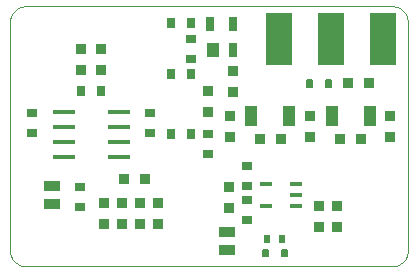
<source format=gtp>
G75*
G70*
%OFA0B0*%
%FSLAX24Y24*%
%IPPOS*%
%LPD*%
%AMOC8*
5,1,8,0,0,1.08239X$1,22.5*
%
%ADD10C,0.0020*%
%ADD11R,0.0420X0.0140*%
%ADD12R,0.0353X0.0314*%
%ADD13R,0.0320X0.0370*%
%ADD14R,0.0550X0.0380*%
%ADD15C,0.0059*%
%ADD16R,0.0196X0.0274*%
%ADD17R,0.0780X0.0140*%
%ADD18R,0.0870X0.1720*%
%ADD19R,0.0314X0.0353*%
%ADD20R,0.0314X0.0487*%
%ADD21R,0.0392X0.0487*%
%ADD22R,0.0392X0.0707*%
%ADD23R,0.0370X0.0320*%
D10*
X006654Y000650D02*
X006654Y008311D01*
X006656Y008355D01*
X006662Y008398D01*
X006671Y008440D01*
X006684Y008482D01*
X006701Y008522D01*
X006721Y008561D01*
X006744Y008598D01*
X006771Y008632D01*
X006800Y008665D01*
X006833Y008694D01*
X006867Y008721D01*
X006904Y008744D01*
X006943Y008764D01*
X006983Y008781D01*
X007025Y008794D01*
X007067Y008803D01*
X007110Y008809D01*
X007154Y008811D01*
X019402Y008811D01*
X019446Y008809D01*
X019489Y008803D01*
X019531Y008794D01*
X019573Y008781D01*
X019613Y008764D01*
X019652Y008744D01*
X019689Y008721D01*
X019723Y008694D01*
X019756Y008665D01*
X019785Y008632D01*
X019812Y008598D01*
X019835Y008561D01*
X019855Y008522D01*
X019872Y008482D01*
X019885Y008440D01*
X019894Y008398D01*
X019900Y008355D01*
X019902Y008311D01*
X019902Y000650D01*
X019900Y000606D01*
X019894Y000563D01*
X019885Y000521D01*
X019872Y000479D01*
X019855Y000439D01*
X019835Y000400D01*
X019812Y000363D01*
X019785Y000329D01*
X019756Y000296D01*
X019723Y000267D01*
X019689Y000240D01*
X019652Y000217D01*
X019613Y000197D01*
X019573Y000180D01*
X019531Y000167D01*
X019489Y000158D01*
X019446Y000152D01*
X019402Y000150D01*
X007154Y000150D01*
X007110Y000152D01*
X007067Y000158D01*
X007025Y000167D01*
X006983Y000180D01*
X006943Y000197D01*
X006904Y000217D01*
X006867Y000240D01*
X006833Y000267D01*
X006800Y000296D01*
X006771Y000329D01*
X006744Y000363D01*
X006721Y000400D01*
X006701Y000439D01*
X006684Y000479D01*
X006671Y000521D01*
X006662Y000563D01*
X006656Y000606D01*
X006654Y000650D01*
D11*
X015168Y002140D03*
X016188Y002140D03*
X016188Y002510D03*
X016188Y002880D03*
X015168Y002880D03*
D12*
X014558Y002815D03*
X014558Y002365D03*
X014558Y001695D03*
X014558Y003485D03*
X013253Y003875D03*
X013253Y004545D03*
X011328Y004589D03*
X011328Y005258D03*
X012683Y007065D03*
X012683Y007735D03*
X007391Y005258D03*
X007391Y004589D03*
X008964Y002778D03*
X008964Y002109D03*
D13*
X009773Y002250D03*
X010373Y002250D03*
X010973Y002250D03*
X011573Y002250D03*
X011573Y001550D03*
X010973Y001550D03*
X010373Y001550D03*
X009773Y001550D03*
X013958Y002100D03*
X013958Y002800D03*
X016955Y002144D03*
X017552Y002140D03*
X017552Y001440D03*
X016955Y001444D03*
X016651Y004461D03*
X016651Y005161D03*
X019320Y005162D03*
X019320Y004462D03*
X014080Y005953D03*
X013253Y006000D03*
X014080Y006653D03*
X013253Y005300D03*
X013991Y005158D03*
X013991Y004458D03*
X009693Y006700D03*
X009013Y006680D03*
X009013Y007380D03*
X009693Y007400D03*
D14*
X008041Y002811D03*
X008041Y002211D03*
X013889Y001304D03*
X013889Y000704D03*
D15*
X015069Y000673D02*
X015069Y000497D01*
X015069Y000673D02*
X015245Y000673D01*
X015245Y000497D01*
X015069Y000497D01*
X015069Y000555D02*
X015245Y000555D01*
X015245Y000613D02*
X015069Y000613D01*
X015069Y000671D02*
X015245Y000671D01*
X015699Y000673D02*
X015699Y000497D01*
X015699Y000673D02*
X015875Y000673D01*
X015875Y000497D01*
X015699Y000497D01*
X015699Y000555D02*
X015875Y000555D01*
X015875Y000613D02*
X015699Y000613D01*
X015699Y000671D02*
X015875Y000671D01*
X016550Y006132D02*
X016726Y006132D01*
X016550Y006132D02*
X016550Y006368D01*
X016726Y006368D01*
X016726Y006132D01*
X016726Y006190D02*
X016550Y006190D01*
X016550Y006248D02*
X016726Y006248D01*
X016726Y006306D02*
X016550Y006306D01*
X016550Y006364D02*
X016726Y006364D01*
X017180Y006132D02*
X017356Y006132D01*
X017180Y006132D02*
X017180Y006368D01*
X017356Y006368D01*
X017356Y006132D01*
X017356Y006190D02*
X017180Y006190D01*
X017180Y006248D02*
X017356Y006248D01*
X017356Y006306D02*
X017180Y006306D01*
X017180Y006364D02*
X017356Y006364D01*
D16*
X015728Y001065D03*
X015216Y001065D03*
D17*
X010290Y003780D03*
X010290Y004280D03*
X010290Y004780D03*
X010290Y005280D03*
X008430Y005280D03*
X008430Y004780D03*
X008430Y004280D03*
X008430Y003780D03*
D18*
X015628Y007711D03*
X017353Y007711D03*
X019078Y007711D03*
D19*
X012688Y008250D03*
X012019Y008250D03*
X012019Y006550D03*
X012688Y006550D03*
X009694Y005992D03*
X009025Y005992D03*
X012019Y004550D03*
X012688Y004550D03*
D20*
X014070Y007371D03*
X014070Y008237D03*
X013322Y008237D03*
D21*
X013401Y007371D03*
D22*
X014692Y005161D03*
X015952Y005161D03*
X017373Y005162D03*
X018633Y005162D03*
D23*
X018340Y004390D03*
X017640Y004390D03*
X015672Y004383D03*
X014972Y004383D03*
X011129Y003052D03*
X010429Y003052D03*
X017903Y006250D03*
X018603Y006250D03*
M02*

</source>
